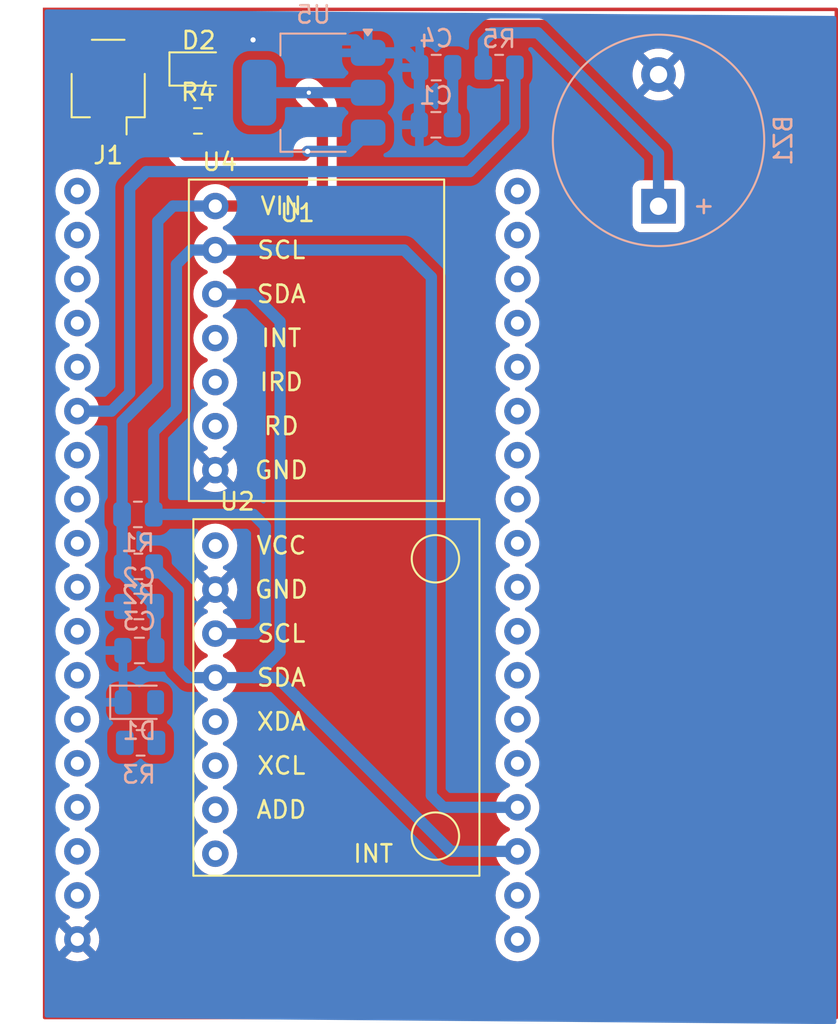
<source format=kicad_pcb>
(kicad_pcb (version 20240108) (generator "pcbnew") (generator_version "8.0")
  (layers (0 "F.Cu" signal) (31 "B.Cu" signal) (34 "B.Paste" user) (35 "F.Paste" user) (36 "B.SilkS" user "B.Silkscreen") (37 "F.SilkS" user "F.Silkscreen") (38 "B.Mask" user) (39 "F.Mask" user) (44 "Edge.Cuts" user))
  (net 0 "")
  (net 1 "+5V")
  (net 2 "GND_IN")
  (net 3 "+3.3V")
  (net 4 "Net-(D1-A)")
  (net 5 "SCL")
  (net 6 "SDA")
  (net 45 "Net-(D2-A)")
  (net 46 "Net-(BZ1-+)")
  (net 47 "Buzzer")
  (footprint "usini_sensors:module_mpu6050" (layer "F.Cu") (at 79.025 105.127)
    (property "Reference" "U2" (at 1.27 -20.32 0) (layer "F.SilkS"))
    (property "Value" "module_mpu6050")
    (fp_line (start -1.27 -19.304) (end 15.24 -19.304) (stroke (width 0.12)) (layer "F.SilkS"))
    (fp_line (start -1.27 1.27) (end -1.27 -19.304) (stroke (width 0.12)) (layer "F.SilkS"))
    (fp_line (start 15.24 -19.304) (end 15.24 1.27) (stroke (width 0.12)) (layer "F.SilkS"))
    (fp_line (start 15.24 1.27) (end -1.27 1.27) (stroke (width 0.12)) (layer "F.SilkS"))
    (fp_circle (center 12.7 -17.018) (end 13.208 -15.748) (stroke (width 0.12)) (fill none) (layer "F.SilkS"))
    (fp_circle (center 12.7 -1.016) (end 13.208 0.254) (stroke (width 0.12)) (fill none) (layer "F.SilkS"))
    (fp_text user "GND" (at 3.81 -15.24 0) (layer "F.SilkS"))
    (fp_text user "XCL" (at 3.81 -5.08 0) (layer "F.SilkS"))
    (fp_text user "XDA" (at 3.81 -7.62 0) (layer "F.SilkS"))
    (fp_text user "SDA" (at 3.81 -10.16 0) (layer "F.SilkS"))
    (fp_text user "ADD" (at 3.81 -2.54 0) (layer "F.SilkS"))
    (fp_text user "SCL" (at 3.81 -12.7 0) (layer "F.SilkS"))
    (fp_text user "VCC" (at 3.81 -17.78 0) (layer "F.SilkS"))
    (fp_text user "INT" (at 9.11 0 -0) (layer "F.SilkS"))
    (pad "1" thru_hole circle (at 0 -17.78) (size 1.524 1.524) (drill 0.762) (layers "*.Cu" "*.Mask") (net 3 "+3.3V"))
    (pad "2" thru_hole circle (at 0 -15.24) (size 1.524 1.524) (drill 0.762) (layers "*.Cu" "*.Mask") (net 2 "GND_IN"))
    (pad "3" thru_hole circle (at 0 -12.7) (size 1.524 1.524) (drill 0.762) (layers "*.Cu" "*.Mask") (net 5 "SCL"))
    (pad "4" thru_hole circle (at 0 -10.16) (size 1.524 1.524) (drill 0.762) (layers "*.Cu" "*.Mask") (net 6 "SDA"))
    (pad "5" thru_hole circle (at 0 -7.62) (size 1.524 1.524) (drill 0.762) (layers "*.Cu" "*.Mask"))
    (pad "6" thru_hole circle (at 0 -5.08) (size 1.524 1.524) (drill 0.762) (layers "*.Cu" "*.Mask"))
    (pad "7" thru_hole circle (at 0 -2.54) (size 1.524 1.524) (drill 0.762) (layers "*.Cu" "*.Mask"))
    (pad "8" thru_hole circle (at 0 0) (size 1.524 1.524) (drill 0.762) (layers "*.Cu" "*.Mask"))
  )
  (footprint "LED_SMD:LED_0805_2012Metric" (layer "F.Cu") (at 78.06 59.85)
    (property "Reference" "D2" (at 0 -1.65 360) (layer "F.SilkS"))
    (property "Value" "LED")
    (fp_line (start -1.685 -0.96) (end -1.685 0.96) (stroke (width 0.12)) (layer "F.SilkS"))
    (fp_line (start -1.685 0.96) (end 1 0.96) (stroke (width 0.12)) (layer "F.SilkS"))
    (fp_line (start 1 -0.96) (end -1.685 -0.96) (stroke (width 0.12)) (layer "F.SilkS"))
    (pad "1" smd roundrect (at -0.9375 0) (size 0.975 1.4) (layers "F.Cu" "F.Paste" "F.Mask") (net 2 "GND_IN"))
    (pad "2" smd roundrect (at 0.9375 0) (size 0.975 1.4) (layers "F.Cu" "F.Paste" "F.Mask") (net 45 "Net-(D2-A)"))
  )
  (footprint "usini_sensors:module_max30102" (layer "F.Cu") (at 76.481 85.537)
    (property "Reference" "U4" (at 2.794 -20.32 0) (layer "F.SilkS"))
    (property "Value" "module_max30102")
    (fp_line (start 1.016 -19.304) (end 15.748 -19.304) (stroke (width 0.12)) (layer "F.SilkS"))
    (fp_line (start 1.016 -0.762) (end 1.016 -19.304) (stroke (width 0.12)) (layer "F.SilkS"))
    (fp_line (start 15.748 -19.304) (end 15.748 -0.762) (stroke (width 0.12)) (layer "F.SilkS"))
    (fp_line (start 15.748 -0.762) (end 1.016 -0.762) (stroke (width 0.12)) (layer "F.SilkS"))
    (fp_text user "SDA" (at 6.35 -12.7 0) (layer "F.SilkS"))
    (fp_text user "VIN" (at 6.35 -17.78 0) (layer "F.SilkS"))
    (fp_text user "IRD" (at 6.35 -7.62 0) (layer "F.SilkS"))
    (fp_text user "GND" (at 6.35 -2.54 0) (layer "F.SilkS"))
    (fp_text user "RD" (at 6.35 -5.08 0) (layer "F.SilkS"))
    (fp_text user "SCL" (at 6.35 -15.24 0) (layer "F.SilkS"))
    (fp_text user "INT" (at 6.35 -10.16 0) (layer "F.SilkS"))
    (pad "1" thru_hole circle (at 2.54 -17.78) (size 1.524 1.524) (drill 0.762) (layers "*.Cu" "*.Mask") (net 3 "+3.3V"))
    (pad "2" thru_hole circle (at 2.54 -15.24) (size 1.524 1.524) (drill 0.762) (layers "*.Cu" "*.Mask") (net 5 "SCL"))
    (pad "3" thru_hole circle (at 2.54 -12.7) (size 1.524 1.524) (drill 0.762) (layers "*.Cu" "*.Mask") (net 6 "SDA"))
    (pad "4" thru_hole circle (at 2.54 -10.16) (size 1.524 1.524) (drill 0.762) (layers "*.Cu" "*.Mask"))
    (pad "5" thru_hole circle (at 2.54 -7.62) (size 1.524 1.524) (drill 0.762) (layers "*.Cu" "*.Mask"))
    (pad "6" thru_hole circle (at 2.54 -5.08) (size 1.524 1.524) (drill 0.762) (layers "*.Cu" "*.Mask"))
    (pad "7" thru_hole circle (at 2.54 -2.54) (size 1.524 1.524) (drill 0.762) (layers "*.Cu" "*.Mask") (net 2 "GND_IN"))
  )
  (footprint "doit-esp32-devkit-kicad-master:ESP32-DOIT-DEVKIT" (layer "F.Cu") (at 83.76 64.35)
    (property "Reference" "U1" (at 0 3.81 0) (layer "F.SilkS"))
    (property "Value" "DOIT-ESP32-DEVKIT-V1")
    (pad "1" thru_hole circle (at -12.7 2.54) (size 1.524 1.524) (drill 0.762) (layers "*.Cu" "*.Mask"))
    (pad "2" thru_hole circle (at -12.7 5.08) (size 1.524 1.524) (drill 0.762) (layers "*.Cu" "*.Mask"))
    (pad "3" thru_hole circle (at -12.7 7.62) (size 1.524 1.524) (drill 0.762) (layers "*.Cu" "*.Mask"))
    (pad "4" thru_hole circle (at -12.7 10.16) (size 1.524 1.524) (drill 0.762) (layers "*.Cu" "*.Mask"))
    (pad "5" thru_hole circle (at -12.7 12.7) (size 1.524 1.524) (drill 0.762) (layers "*.Cu" "*.Mask"))
    (pad "6" thru_hole circle (at -12.7 15.24) (size 1.524 1.524) (drill 0.762) (layers "*.Cu" "*.Mask") (net 47 "Buzzer"))
    (pad "7" thru_hole circle (at -12.7 17.78) (size 1.524 1.524) (drill 0.762) (layers "*.Cu" "*.Mask"))
    (pad "8" thru_hole circle (at -12.7 20.32) (size 1.524 1.524) (drill 0.762) (layers "*.Cu" "*.Mask"))
    (pad "9" thru_hole circle (at -12.7 22.86) (size 1.524 1.524) (drill 0.762) (layers "*.Cu" "*.Mask"))
    (pad "10" thru_hole circle (at -12.7 25.4) (size 1.524 1.524) (drill 0.762) (layers "*.Cu" "*.Mask"))
    (pad "11" thru_hole circle (at -12.7 27.94) (size 1.524 1.524) (drill 0.762) (layers "*.Cu" "*.Mask"))
    (pad "12" thru_hole circle (at -12.7 30.48) (size 1.524 1.524) (drill 0.762) (layers "*.Cu" "*.Mask"))
    (pad "13" thru_hole circle (at -12.7 33.02) (size 1.524 1.524) (drill 0.762) (layers "*.Cu" "*.Mask"))
    (pad "14" thru_hole circle (at -12.7 35.56) (size 1.524 1.524) (drill 0.762) (layers "*.Cu" "*.Mask"))
    (pad "15" thru_hole circle (at -12.7 38.1) (size 1.524 1.524) (drill 0.762) (layers "*.Cu" "*.Mask"))
    (pad "16" thru_hole circle (at -12.7 40.64) (size 1.524 1.524) (drill 0.762) (layers "*.Cu" "*.Mask"))
    (pad "17" thru_hole circle (at -12.7 43.18) (size 1.524 1.524) (drill 0.762) (layers "*.Cu" "*.Mask") (net 3 "+3.3V"))
    (pad "18" thru_hole circle (at -12.7 45.72) (size 1.524 1.524) (drill 0.762) (layers "*.Cu" "*.Mask") (net 2 "GND_IN"))
    (pad "19" thru_hole circle (at 12.7 45.72) (size 1.524 1.524) (drill 0.762) (layers "*.Cu" "*.Mask"))
    (pad "20" thru_hole circle (at 12.7 43.18) (size 1.524 1.524) (drill 0.762) (layers "*.Cu" "*.Mask"))
    (pad "21" thru_hole circle (at 12.7 40.64) (size 1.524 1.524) (drill 0.762) (layers "*.Cu" "*.Mask") (net 6 "SDA"))
    (pad "22" thru_hole circle (at 12.7 38.1) (size 1.524 1.524) (drill 0.762) (layers "*.Cu" "*.Mask") (net 5 "SCL"))
    (pad "23" thru_hole circle (at 12.7 35.56) (size 1.524 1.524) (drill 0.762) (layers "*.Cu" "*.Mask"))
    (pad "24" thru_hole circle (at 12.7 33.02) (size 1.524 1.524) (drill 0.762) (layers "*.Cu" "*.Mask"))
    (pad "25" thru_hole circle (at 12.7 30.48) (size 1.524 1.524) (drill 0.762) (layers "*.Cu" "*.Mask"))
    (pad "26" thru_hole circle (at 12.7 27.94) (size 1.524 1.524) (drill 0.762) (layers "*.Cu" "*.Mask"))
    (pad "27" thru_hole circle (at 12.7 25.4) (size 1.524 1.524) (drill 0.762) (layers "*.Cu" "*.Mask"))
    (pad "28" thru_hole circle (at 12.7 22.86) (size 1.524 1.524) (drill 0.762) (layers "*.Cu" "*.Mask"))
    (pad "29" thru_hole circle (at 12.7 20.32) (size 1.524 1.524) (drill 0.762) (layers "*.Cu" "*.Mask"))
    (pad "30" thru_hole circle (at 12.7 17.78) (size 1.524 1.524) (drill 0.762) (layers "*.Cu" "*.Mask"))
    (pad "31" thru_hole circle (at 12.7 15.24) (size 1.524 1.524) (drill 0.762) (layers "*.Cu" "*.Mask"))
    (pad "32" thru_hole circle (at 12.7 12.7) (size 1.524 1.524) (drill 0.762) (layers "*.Cu" "*.Mask"))
    (pad "33" thru_hole circle (at 12.7 10.16) (size 1.524 1.524) (drill 0.762) (layers "*.Cu" "*.Mask"))
    (pad "34" thru_hole circle (at 12.7 7.62) (size 1.524 1.524) (drill 0.762) (layers "*.Cu" "*.Mask"))
    (pad "35" thru_hole circle (at 12.7 5.08) (size 1.524 1.524) (drill 0.762) (layers "*.Cu" "*.Mask"))
    (pad "36" thru_hole circle (at 12.7 2.54) (size 1.524 1.524) (drill 0.762) (layers "*.Cu" "*.Mask"))
  )
  (footprint "Resistor_SMD:R_0805_2012Metric" (layer "F.Cu") (at 78.02 62.845)
    (property "Reference" "R4" (at 0 -1.65 360) (layer "F.SilkS"))
    (property "Value" "1k")
    (fp_line (start -0.227064 -0.735) (end 0.227064 -0.735) (stroke (width 0.12)) (layer "F.SilkS"))
    (fp_line (start -0.227064 0.735) (end 0.227064 0.735) (stroke (width 0.12)) (layer "F.SilkS"))
    (pad "1" smd roundrect (at -0.9125 0) (size 1.025 1.4) (layers "F.Cu" "F.Paste" "F.Mask") (roundrect_rratio 0.243902) (net 1 "+5V"))
    (pad "2" smd roundrect (at 0.9125 0) (size 1.025 1.4) (layers "F.Cu" "F.Paste" "F.Mask") (roundrect_rratio 0.243902) (net 45 "Net-(D2-A)"))
  )
  (footprint "Connector_JST:JST_SH_SM02B-SRSS-TB_1x02-1MP_P1.00mm_Horizontal" (layer "F.Cu") (at 72.84 60.85 180)
    (property "Reference" "J1" (at 0 -3.98 360) (layer "F.SilkS"))
    (property "Value" "Conn_01x02_Pin")
    (fp_line (start 2.11 0.715) (end 2.11 -1.785) (stroke (width 0.12)) (layer "F.SilkS"))
    (fp_line (start 2.11 -1.785) (end 1.06 -1.785) (stroke (width 0.12)) (layer "F.SilkS"))
    (fp_line (start -0.94 2.685) (end 0.94 2.685) (stroke (width 0.12)) (layer "F.SilkS"))
    (fp_line (start -1.06 -1.785) (end -1.06 -2.775) (stroke (width 0.12)) (layer "F.SilkS"))
    (fp_line (start -2.11 0.715) (end -2.11 -1.785) (stroke (width 0.12)) (layer "F.SilkS"))
    (fp_line (start -2.11 -1.785) (end -1.06 -1.785) (stroke (width 0.12)) (layer "F.SilkS"))
    (pad "1" smd roundrect (at -0.5 -2 180) (size 0.6 1.55) (layers "F.Cu" "F.Paste" "F.Mask") (net 1 "+5V"))
    (pad "2" smd roundrect (at 0.5 -2 180) (size 0.6 1.55) (layers "F.Cu" "F.Paste" "F.Mask") (net 2 "GND_IN"))
    (pad "MP" smd roundrect (at -1.8 1.875 180) (size 1.2 1.8) (layers "F.Cu" "F.Paste" "F.Mask") (roundrect_rratio 0.208333))
    (pad "MP" smd roundrect (at 1.8 1.875 180) (size 1.2 1.8) (layers "F.Cu" "F.Paste" "F.Mask") (roundrect_rratio 0.208333))
  )
  (footprint "Package_TO_SOT_SMD:SOT-223-3_TabPin2" (layer "B.Cu") (at 84.69 61.2175 180)
    (property "Reference" "U5" (at 0 4.5 360) (layer "B.SilkS") (effects (justify mirror)))
    (property "Value" "AMS1117-3.3")
    (fp_line (start 1.91 3.41) (end -1.85 3.41) (stroke (width 0.12)) (layer "B.SilkS"))
    (fp_line (start 1.91 2.15) (end 1.91 3.41) (stroke (width 0.12)) (layer "B.SilkS"))
    (fp_line (start 1.91 -2.15) (end 1.91 -3.41) (stroke (width 0.12)) (layer "B.SilkS"))
    (fp_line (start 1.91 -3.41) (end -1.85 -3.41) (stroke (width 0.12)) (layer "B.SilkS"))
    (fp_poly (pts (xy -3.13 3.31) (xy -3.37 3.64) (xy -2.89 3.64) (xy -3.13 3.31)) (stroke (width 0.12)) (fill solid) (layer "B.SilkS"))
    (pad "1" smd roundrect (at -3.15 2.3 180) (size 2 1.5) (layers "B.Cu" "B.Paste" "B.Mask") (net 2 "GND_IN"))
    (pad "2" smd roundrect (at -3.15 0 180) (size 2 1.5) (layers "B.Cu" "B.Paste" "B.Mask") (net 3 "+3.3V"))
    (pad "2" smd roundrect (at 3.15 0 180) (size 2 3.8) (layers "B.Cu" "B.Paste" "B.Mask") (net 3 "+3.3V"))
    (pad "3" smd roundrect (at -3.15 -2.3 180) (size 2 1.5) (layers "B.Cu" "B.Paste" "B.Mask") (net 1 "+5V"))
  )
  (footprint "Buzzer_Beeper:Buzzer_12x9.5RM7.6" (layer "B.Cu") (at 104.6 67.77 90)
    (property "Reference" "BZ1" (at 3.8 7.2 90) (layer "B.SilkS") (effects (justify mirror)))
    (property "Value" "Buzzer")
    (fp_circle (center 3.8 0) (end 9.9 0) (stroke (width 0.12)) (fill none) (layer "B.SilkS"))
    (fp_text user "+" (at -0.01 2.54 90) (layer "B.SilkS") (effects (justify mirror)))
    (pad "1" thru_hole rect (at 0 0 90) (size 2 2) (drill 1) (layers "*.Cu" "*.Mask") (net 46 "Net-(BZ1-+)"))
    (pad "2" thru_hole circle (at 7.6 0 90) (size 2 2) (drill 1) (layers "*.Cu" "*.Mask") (net 2 "GND_IN"))
  )
  (footprint "LED_SMD:LED_0805_2012Metric" (layer "B.Cu") (at 74.64 96.39)
    (property "Reference" "D1" (at 0 1.65 360) (layer "B.SilkS") (effects (justify mirror)))
    (property "Value" "LED")
    (fp_line (start -1.685 -0.96) (end -1.685 0.96) (stroke (width 0.12)) (layer "B.SilkS"))
    (fp_line (start -1.685 0.96) (end 1 0.96) (stroke (width 0.12)) (layer "B.SilkS"))
    (fp_line (start 1 -0.96) (end -1.685 -0.96) (stroke (width 0.12)) (layer "B.SilkS"))
    (pad "1" smd roundrect (at -0.9375 0) (size 0.975 1.4) (layers "B.Cu" "B.Paste" "B.Mask") (net 2 "GND_IN"))
    (pad "2" smd roundrect (at 0.9375 0) (size 0.975 1.4) (layers "B.Cu" "B.Paste" "B.Mask") (net 4 "Net-(D1-A)"))
  )
  (footprint "Capacitor_SMD:C_0805_2012Metric" (layer "B.Cu") (at 74.61 90.86 180)
    (property "Reference" "C2" (at 0 1.68 0) (layer "B.SilkS") (effects (justify mirror)))
    (property "Value" "10uF")
    (fp_line (start 0.261252 0.735) (end -0.261252 0.735) (stroke (width 0.12)) (layer "B.SilkS"))
    (fp_line (start 0.261252 -0.735) (end -0.261252 -0.735) (stroke (width 0.12)) (layer "B.SilkS"))
    (pad "1" smd roundrect (at -0.95 0 180) (size 1 1.45) (layers "B.Cu" "B.Paste" "B.Mask") (net 3 "+3.3V"))
    (pad "2" smd roundrect (at 0.95 0 180) (size 1 1.45) (layers "B.Cu" "B.Paste" "B.Mask") (net 2 "GND_IN"))
  )
  (footprint "Resistor_SMD:R_0805_2012Metric" (layer "B.Cu") (at 95.4 59.77 180)
    (property "Reference" "R5" (at 0 1.65 360) (layer "B.SilkS") (effects (justify mirror)))
    (property "Value" "R")
    (fp_line (start 0.227064 0.735) (end -0.227064 0.735) (stroke (width 0.12)) (layer "B.SilkS"))
    (fp_line (start 0.227064 -0.735) (end -0.227064 -0.735) (stroke (width 0.12)) (layer "B.SilkS"))
    (pad "1" smd roundrect (at -0.9125 0 180) (size 1.025 1.4) (layers "B.Cu" "B.Paste" "B.Mask") (roundrect_rratio 0.243902) (net 47 "Buzzer"))
    (pad "2" smd roundrect (at 0.9125 0 180) (size 1.025 1.4) (layers "B.Cu" "B.Paste" "B.Mask") (roundrect_rratio 0.243902) (net 46 "Net-(BZ1-+)"))
  )
  (footprint "Resistor_SMD:R_0805_2012Metric" (layer "B.Cu") (at 74.58 88.55)
    (property "Reference" "R2" (at 0 1.65 0) (layer "B.SilkS") (effects (justify mirror)))
    (property "Value" "4k7")
    (fp_line (start 0.227064 -0.735) (end -0.227064 -0.735) (stroke (width 0.12)) (layer "B.SilkS"))
    (fp_line (start 0.227064 0.735) (end -0.227064 0.735) (stroke (width 0.12)) (layer "B.SilkS"))
    (pad "1" smd roundrect (at -0.9125 0) (size 1.025 1.4) (layers "B.Cu" "B.Paste" "B.Mask") (roundrect_rratio 0.243902) (net 3 "+3.3V"))
    (pad "2" smd roundrect (at 0.9125 0) (size 1.025 1.4) (layers "B.Cu" "B.Paste" "B.Mask") (roundrect_rratio 0.243902) (net 6 "SDA"))
  )
  (footprint "Capacitor_SMD:C_0805_2012Metric" (layer "B.Cu") (at 91.77 59.77 180)
    (property "Reference" "C4" (at 0 1.68 360) (layer "B.SilkS") (effects (justify mirror)))
    (property "Value" "10uF")
    (fp_line (start 0.261252 0.735) (end -0.261252 0.735) (stroke (width 0.12)) (layer "B.SilkS"))
    (fp_line (start 0.261252 -0.735) (end -0.261252 -0.735) (stroke (width 0.12)) (layer "B.SilkS"))
    (pad "1" smd roundrect (at -0.95 0 180) (size 1 1.45) (layers "B.Cu" "B.Paste" "B.Mask") (net 1 "+5V"))
    (pad "2" smd roundrect (at 0.95 0 180) (size 1 1.45) (layers "B.Cu" "B.Paste" "B.Mask") (net 2 "GND_IN"))
  )
  (footprint "Capacitor_SMD:C_0805_2012Metric" (layer "B.Cu") (at 91.75 63.07 180)
    (property "Reference" "C1" (at 0 1.68 360) (layer "B.SilkS") (effects (justify mirror)))
    (property "Value" "100nF")
    (fp_line (start 0.261252 0.735) (end -0.261252 0.735) (stroke (width 0.12)) (layer "B.SilkS"))
    (fp_line (start 0.261252 -0.735) (end -0.261252 -0.735) (stroke (width 0.12)) (layer "B.SilkS"))
    (pad "1" smd roundrect (at -0.95 0 180) (size 1 1.45) (layers "B.Cu" "B.Paste" "B.Mask") (net 1 "+5V"))
    (pad "2" smd roundrect (at 0.95 0 180) (size 1 1.45) (layers "B.Cu" "B.Paste" "B.Mask") (net 2 "GND_IN"))
  )
  (footprint "Resistor_SMD:R_0805_2012Metric" (layer "B.Cu") (at 74.5525 85.55)
    (property "Reference" "R1" (at 0 1.65 0) (layer "B.SilkS") (effects (justify mirror)))
    (property "Value" "4k7")
    (fp_line (start 0.227064 -0.735) (end -0.227064 -0.735) (stroke (width 0.12)) (layer "B.SilkS"))
    (fp_line (start 0.227064 0.735) (end -0.227064 0.735) (stroke (width 0.12)) (layer "B.SilkS"))
    (pad "1" smd roundrect (at -0.9125 0) (size 1.025 1.4) (layers "B.Cu" "B.Paste" "B.Mask") (roundrect_rratio 0.243902) (net 3 "+3.3V"))
    (pad "2" smd roundrect (at 0.9125 0) (size 1.025 1.4) (layers "B.Cu" "B.Paste" "B.Mask") (roundrect_rratio 0.243902) (net 5 "SCL"))
  )
  (footprint "Capacitor_SMD:C_0805_2012Metric" (layer "B.Cu") (at 74.64 93.4 180)
    (property "Reference" "C3" (at 0 1.68 0) (layer "B.SilkS") (effects (justify mirror)))
    (property "Value" "100nF")
    (fp_line (start 0.261252 0.735) (end -0.261252 0.735) (stroke (width 0.12)) (layer "B.SilkS"))
    (fp_line (start 0.261252 -0.735) (end -0.261252 -0.735) (stroke (width 0.12)) (layer "B.SilkS"))
    (pad "1" smd roundrect (at -0.95 0 180) (size 1 1.45) (layers "B.Cu" "B.Paste" "B.Mask") (net 3 "+3.3V"))
    (pad "2" smd roundrect (at 0.95 0 180) (size 1 1.45) (layers "B.Cu" "B.Paste" "B.Mask") (net 2 "GND_IN"))
  )
  (footprint "Resistor_SMD:R_0805_2012Metric" (layer "B.Cu") (at 74.71 98.73)
    (property "Reference" "R3" (at -0.0975 1.835 360) (layer "B.SilkS") (effects (justify mirror)))
    (property "Value" "1k")
    (fp_line (start 0.227064 -0.735) (end -0.227064 -0.735) (stroke (width 0.12)) (layer "B.SilkS"))
    (fp_line (start 0.227064 0.735) (end -0.227064 0.735) (stroke (width 0.12)) (layer "B.SilkS"))
    (pad "1" smd roundrect (at -0.9125 0) (size 1.025 1.4) (layers "B.Cu" "B.Paste" "B.Mask") (roundrect_rratio 0.243902) (net 3 "+3.3V"))
    (pad "2" smd roundrect (at 0.9125 0) (size 1.025 1.4) (layers "B.Cu" "B.Paste" "B.Mask") (roundrect_rratio 0.243902) (net 4 "Net-(D1-A)"))
  )
  (gr_rect (start 69.17 56.41) (end 114.86 114.58) (stroke (width 0.2)) (fill none) (layer "F.Cu"))
  (segment (start 77.1075 62.845) (end 77.1075 64.6175) (width 0.65) (layer "F.Cu") (net 1))
  (segment (start 73.34 62.85) (end 77.1025 62.85) (width 0.65) (layer "F.Cu") (net 1))
  (segment (start 84.13 64.82) (end 84.35 64.6) (width 0.65) (layer "F.Cu") (net 1))
  (segment (start 77.31 64.82) (end 84.13 64.82) (width 0.65) (layer "F.Cu") (net 1))
  (segment (start 77.1025 62.85) (end 77.1075 62.845) (width 0.65) (layer "F.Cu") (net 1))
  (segment (start 77.1075 64.6175) (end 77.31 64.82) (width 0.65) (layer "F.Cu") (net 1))
  (via (at 84.35 64.6) (size 0.6) (drill 0.3) (layers "F.Cu" "B.Cu") (net 1))
  (segment (start 92.72 63.05) (end 92.7 63.07) (width 0.65) (layer "B.Cu") (net 1))
  (segment (start 84.35 64.6) (end 86.7575 64.6) (width 0.65) (layer "B.Cu") (net 1))
  (segment (start 92.72 59.77) (end 92.72 63.05) (width 0.65) (layer "B.Cu") (net 1))
  (segment (start 86.7575 64.6) (end 87.84 63.5175) (width 0.65) (layer "B.Cu") (net 1))
  (via (at 81.2 58.17) (size 0.6) (drill 0.3) (layers "F.Cu" "B.Cu") (net 2))
  (segment (start 90.8 59.79) (end 90.82 59.77) (width 0.65) (layer "B.Cu") (net 2))
  (segment (start 90.1175 58.9175) (end 90.82 59.62) (width 0.65) (layer "B.Cu") (net 2))
  (segment (start 87.84 58.9175) (end 90.1175 58.9175) (width 0.65) (layer "B.Cu") (net 2))
  (segment (start 90.82 59.62) (end 90.82 59.77) (width 0.65) (layer "B.Cu") (net 2))
  (segment (start 90.8 63.07) (end 90.8 59.79) (width 0.65) (layer "B.Cu") (net 2))
  (segment (start 81.2 58.17) (end 87.0925 58.17) (width 0.65) (layer "B.Cu") (net 2))
  (segment (start 87.0925 58.17) (end 87.84 58.9175) (width 0.65) (layer "B.Cu") (net 2))
  (segment (start 85.200001 61.997501) (end 85.200001 66.879999) (width 0.65) (layer "F.Cu") (net 3))
  (segment (start 85.200001 66.879999) (end 84.323 67.757) (width 0.65) (layer "F.Cu") (net 3))
  (segment (start 84.323 67.757) (end 79.021 67.757) (width 0.65) (layer "F.Cu") (net 3))
  (segment (start 84.42 61.2175) (end 85.200001 61.997501) (width 0.65) (layer "F.Cu") (net 3))
  (via (at 84.42 61.2175) (size 0.6) (drill 0.25) (layers "F.Cu" "B.Cu") (net 3))
  (segment (start 73.64 88.5225) (end 73.6675 88.55) (width 0.65) (layer "B.Cu") (net 3))
  (segment (start 75.56 90.86) (end 75.56 93.37) (width 0.65) (layer "B.Cu") (net 3))
  (segment (start 75.56 93.37) (end 75.59 93.4) (width 0.65) (layer "B.Cu") (net 3))
  (segment (start 75.7 68.64) (end 75.7 78.122082) (width 0.65) (layer "B.Cu") (net 3))
  (segment (start 87.84 61.2175) (end 84.42 61.2175) (width 0.65) (layer "B.Cu") (net 3))
  (segment (start 79.021 67.757) (end 76.583 67.757) (width 0.65) (layer "B.Cu") (net 3))
  (segment (start 73.6675 88.9675) (end 75.56 90.86) (width 0.65) (layer "B.Cu") (net 3))
  (segment (start 73.64 85.55) (end 73.64 88.5225) (width 0.65) (layer "B.Cu") (net 3))
  (segment (start 73.6675 88.55) (end 73.6675 88.9675) (width 0.65) (layer "B.Cu") (net 3))
  (segment (start 76.583 67.757) (end 75.7 68.64) (width 0.65) (layer "B.Cu") (net 3))
  (segment (start 73.64 80.182082) (end 73.64 85.55) (width 0.65) (layer "B.Cu") (net 3))
  (segment (start 75.7 78.122082) (end 73.64 80.182082) (width 0.65) (layer "B.Cu") (net 3))
  (segment (start 84.42 61.2175) (end 81.54 61.2175) (width 0.65) (layer "B.Cu") (net 3))
  (segment (start 75.465 80.775) (end 75.465 85.55) (width 0.65) (layer "B.Cu") (net 5))
  (segment (start 91.49 101.76) (end 91.49 71.86) (width 0.65) (layer "B.Cu") (net 5))
  (segment (start 76.78 79.46) (end 75.465 80.775) (width 0.65) (layer "B.Cu") (net 5))
  (segment (start 92.18 102.45) (end 91.49 101.76) (width 0.65) (layer "B.Cu") (net 5))
  (segment (start 81.91 86.24) (end 81.91 91.87) (width 0.65) (layer "B.Cu") (net 5))
  (segment (start 77.603 70.297) (end 76.78 71.12) (width 0.65) (layer "B.Cu") (net 5))
  (segment (start 76.78 71.12) (end 76.78 79.46) (width 0.65) (layer "B.Cu") (net 5))
  (segment (start 81.22 85.55) (end 81.91 86.24) (width 0.65) (layer "B.Cu") (net 5))
  (segment (start 79.021 70.297) (end 77.603 70.297) (width 0.65) (layer "B.Cu") (net 5))
  (segment (start 91.49 71.86) (end 89.927 70.297) (width 0.65) (layer "B.Cu") (net 5))
  (segment (start 81.91 91.87) (end 81.353 92.427) (width 0.65) (layer "B.Cu") (net 5))
  (segment (start 89.927 70.297) (end 79.021 70.297) (width 0.65) (layer "B.Cu") (net 5))
  (segment (start 81.353 92.427) (end 79.025 92.427) (width 0.65) (layer "B.Cu") (net 5))
  (segment (start 96.46 102.45) (end 92.18 102.45) (width 0.65) (layer "B.Cu") (net 5))
  (segment (start 75.465 85.55) (end 81.22 85.55) (width 0.65) (layer "B.Cu") (net 5))
  (segment (start 92.62 104.99) (end 82.597 94.967) (width 0.65) (layer "B.Cu") (net 6))
  (segment (start 96.46 104.99) (end 92.62 104.99) (width 0.65) (layer "B.Cu") (net 6))
  (segment (start 81.263 94.967) (end 79.025 94.967) (width 0.65) (layer "B.Cu") (net 6))
  (segment (start 81.167 72.837) (end 82.76 74.43) (width 0.65) (layer "B.Cu") (net 6))
  (segment (start 82.76 93.47) (end 81.263 94.967) (width 0.65) (layer "B.Cu") (net 6))
  (segment (start 82.597 94.967) (end 81.263 94.967) (width 0.65) (layer "B.Cu") (net 6))
  (segment (start 76.9 89.9575) (end 76.9 94.37) (width 0.65) (layer "B.Cu") (net 6))
  (segment (start 75.4925 88.55) (end 76.9 89.9575) (width 0.65) (layer "B.Cu") (net 6))
  (segment (start 77.497 94.967) (end 79.025 94.967) (width 0.65) (layer "B.Cu") (net 6))
  (segment (start 76.9 94.37) (end 77.497 94.967) (width 0.65) (layer "B.Cu") (net 6))
  (segment (start 79.021 72.837) (end 81.167 72.837) (width 0.65) (layer "B.Cu") (net 6))
  (segment (start 82.76 74.43) (end 82.76 93.47) (width 0.65) (layer "B.Cu") (net 6))
  (segment (start 78.9325 62.845) (end 78.9325 59.915) (width 0.65) (layer "F.Cu") (net 45))
  (segment (start 78.9325 59.915) (end 78.9975 59.85) (width 0.65) (layer "F.Cu") (net 45))
  (segment (start 94.4875 58.2625) (end 94.99 57.76) (width 0.65) (layer "B.Cu") (net 46))
  (segment (start 94.99 57.76) (end 97.63 57.76) (width 0.65) (layer "B.Cu") (net 46))
  (segment (start 94.4875 59.77) (end 94.4875 58.2625) (width 0.65) (layer "B.Cu") (net 46))
  (segment (start 104.6 64.73) (end 104.6 67.77) (width 0.65) (layer "B.Cu") (net 46))
  (segment (start 97.63 57.76) (end 104.6 64.73) (width 0.65) (layer "B.Cu") (net 46))
  (segment (start 74.08 66.73) (end 74.08 78.54) (width 0.65) (layer "B.Cu") (net 47))
  (segment (start 96.3125 59.77) (end 96.3125 63.1575) (width 0.65) (layer "B.Cu") (net 47))
  (segment (start 93.7 65.77) (end 75.04 65.77) (width 0.65) (layer "B.Cu") (net 47))
  (segment (start 74.08 78.54) (end 73.03 79.59) (width 0.65) (layer "B.Cu") (net 47))
  (segment (start 73.03 79.59) (end 71.06 79.59) (width 0.65) (layer "B.Cu") (net 47))
  (segment (start 96.3125 63.1575) (end 93.7 65.77) (width 0.65) (layer "B.Cu") (net 47))
  (segment (start 75.04 65.77) (end 74.08 66.73) (width 0.65) (layer "B.Cu") (net 47))
  (zone (net 2) (net_name "GND_IN") (layers "F&B.Cu") (connect_pads (clearance 0.5)) (min_thickness 0.25) (fill yes (thermal_gap 0.5) (thermal_bridge_width 0.5))
    (polygon (pts (xy 69.17 56.41) (xy 114.86 56.79) (xy 114.86 114.96) (xy 69.17 114.58)))
  )
)
</source>
